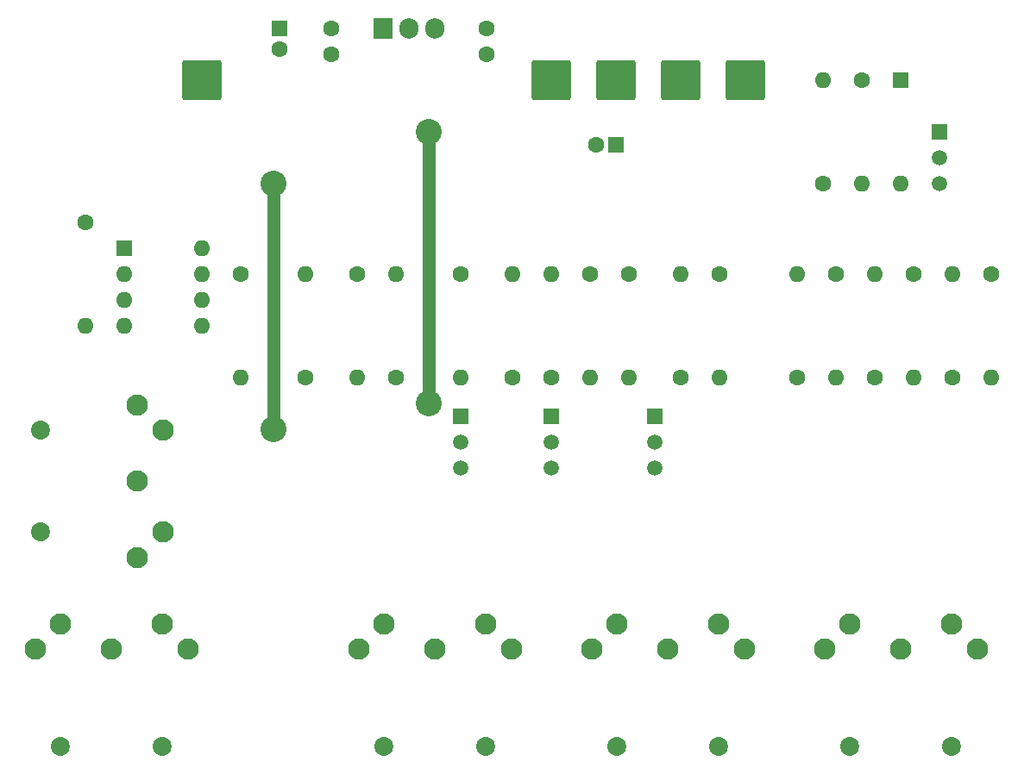
<source format=gbr>
%TF.GenerationSoftware,KiCad,Pcbnew,9.0.1-9.0.1-0~ubuntu24.04.1*%
%TF.CreationDate,2025-05-03T17:14:01+02:00*%
%TF.ProjectId,CNC-version,434e432d-7665-4727-9369-6f6e2e6b6963,rev?*%
%TF.SameCoordinates,Original*%
%TF.FileFunction,Copper,L1,Top*%
%TF.FilePolarity,Positive*%
%FSLAX46Y46*%
G04 Gerber Fmt 4.6, Leading zero omitted, Abs format (unit mm)*
G04 Created by KiCad (PCBNEW 9.0.1-9.0.1-0~ubuntu24.04.1) date 2025-05-03 17:14:01*
%MOMM*%
%LPD*%
G01*
G04 APERTURE LIST*
G04 Aperture macros list*
%AMRoundRect*
0 Rectangle with rounded corners*
0 $1 Rounding radius*
0 $2 $3 $4 $5 $6 $7 $8 $9 X,Y pos of 4 corners*
0 Add a 4 corners polygon primitive as box body*
4,1,4,$2,$3,$4,$5,$6,$7,$8,$9,$2,$3,0*
0 Add four circle primitives for the rounded corners*
1,1,$1+$1,$2,$3*
1,1,$1+$1,$4,$5*
1,1,$1+$1,$6,$7*
1,1,$1+$1,$8,$9*
0 Add four rect primitives between the rounded corners*
20,1,$1+$1,$2,$3,$4,$5,0*
20,1,$1+$1,$4,$5,$6,$7,0*
20,1,$1+$1,$6,$7,$8,$9,0*
20,1,$1+$1,$8,$9,$2,$3,0*%
G04 Aperture macros list end*
%TA.AperFunction,ComponentPad*%
%ADD10C,1.600000*%
%TD*%
%TA.AperFunction,ComponentPad*%
%ADD11O,1.600000X1.600000*%
%TD*%
%TA.AperFunction,ComponentPad*%
%ADD12C,2.100000*%
%TD*%
%TA.AperFunction,ComponentPad*%
%ADD13C,1.860000*%
%TD*%
%TA.AperFunction,ComponentPad*%
%ADD14RoundRect,0.250002X-1.699998X-1.699998X1.699998X-1.699998X1.699998X1.699998X-1.699998X1.699998X0*%
%TD*%
%TA.AperFunction,ComponentPad*%
%ADD15R,1.905000X2.000000*%
%TD*%
%TA.AperFunction,ComponentPad*%
%ADD16O,1.905000X2.000000*%
%TD*%
%TA.AperFunction,ComponentPad*%
%ADD17R,1.500000X1.500000*%
%TD*%
%TA.AperFunction,ComponentPad*%
%ADD18C,1.500000*%
%TD*%
%TA.AperFunction,ComponentPad*%
%ADD19R,1.600000X1.600000*%
%TD*%
%TA.AperFunction,ViaPad*%
%ADD20C,2.540000*%
%TD*%
%TA.AperFunction,Conductor*%
%ADD21C,1.270000*%
%TD*%
G04 APERTURE END LIST*
D10*
%TO.P,R12,1*%
%TO.N,Net-(U1-VO2)*%
X43180000Y-52060000D03*
D11*
%TO.P,R12,2*%
%TO.N,+5V*%
X43180000Y-41900000D03*
%TD*%
D12*
%TO.P,J5,1,1*%
%TO.N,unconnected-(J5-Pad1)*%
X31630000Y-78740000D03*
%TO.P,J5,2,2*%
%TO.N,GND*%
X24130000Y-78740000D03*
%TO.P,J5,3,3*%
%TO.N,unconnected-(J5-Pad3)*%
X16630000Y-78740000D03*
%TO.P,J5,4,4*%
%TO.N,Net-(J5-Pad4)*%
X29130000Y-76240000D03*
%TO.P,J5,5,5*%
%TO.N,Net-(J5-Pad5)*%
X19130000Y-76240000D03*
D13*
%TO.P,J5,MH1,MH1*%
%TO.N,GND*%
X29130000Y-88240000D03*
%TO.P,J5,MH2,MH2*%
X19130000Y-88240000D03*
%TD*%
D14*
%TO.P,+5v,1,Pin_1*%
%TO.N,+5V*%
X73660000Y-22850000D03*
%TD*%
D12*
%TO.P,J3,1,1*%
%TO.N,unconnected-(J3-Pad1)*%
X109100000Y-78730000D03*
%TO.P,J3,2,2*%
%TO.N,GND*%
X101600000Y-78730000D03*
%TO.P,J3,3,3*%
%TO.N,unconnected-(J3-Pad3)*%
X94100000Y-78730000D03*
%TO.P,J3,4,4*%
%TO.N,Net-(J3-Pad4)*%
X106600000Y-76230000D03*
%TO.P,J3,5,5*%
%TO.N,Net-(J3-Pad5)*%
X96600000Y-76230000D03*
D13*
%TO.P,J3,MH1,MH1*%
%TO.N,GND*%
X106600000Y-88230000D03*
%TO.P,J3,MH2,MH2*%
X96600000Y-88230000D03*
%TD*%
D10*
%TO.P,R3,1*%
%TO.N,Net-(J1-Pad5)*%
X91440000Y-52060000D03*
D11*
%TO.P,R3,2*%
%TO.N,Net-(Q1-C)*%
X91440000Y-41900000D03*
%TD*%
D14*
%TO.P,+12v,1,Pin_1*%
%TO.N,Net-(+12v1-Pin_1)*%
X33020000Y-22860000D03*
%TD*%
D15*
%TO.P,U2,1,IN*%
%TO.N,Net-(+12v1-Pin_1)*%
X50800000Y-17780000D03*
D16*
%TO.P,U2,2,GND*%
%TO.N,GND*%
X53340000Y-17780000D03*
%TO.P,U2,3,OUT*%
%TO.N,+5V*%
X55880000Y-17780000D03*
%TD*%
D17*
%TO.P,Q3,1,C*%
%TO.N,Net-(Q3-C)*%
X67310000Y-55870000D03*
D18*
%TO.P,Q3,2,B*%
%TO.N,Net-(Q3-B)*%
X67310000Y-58410000D03*
%TO.P,Q3,3,E*%
%TO.N,GND*%
X67310000Y-60950000D03*
%TD*%
D10*
%TO.P,R19,1*%
%TO.N,Net-(Q4-C)*%
X80010000Y-52060000D03*
D11*
%TO.P,R19,2*%
%TO.N,Net-(J5-Pad5)*%
X80010000Y-41900000D03*
%TD*%
D19*
%TO.P,C1,1*%
%TO.N,+5V*%
X73660000Y-29210000D03*
D10*
%TO.P,C1,2*%
%TO.N,GND*%
X71660000Y-29210000D03*
%TD*%
%TO.P,R1,1*%
%TO.N,Net-(D1-K)*%
X93980000Y-33010000D03*
D11*
%TO.P,R1,2*%
%TO.N,Net-(TXD1-Pin_1)*%
X93980000Y-22850000D03*
%TD*%
D10*
%TO.P,R11,1*%
%TO.N,Net-(Q2-B)*%
X52070000Y-52060000D03*
D11*
%TO.P,R11,2*%
%TO.N,Net-(U1-VO2)*%
X52070000Y-41900000D03*
%TD*%
D10*
%TO.P,R4,1*%
%TO.N,+5V*%
X95250000Y-41900000D03*
D11*
%TO.P,R4,2*%
%TO.N,Net-(J1-Pad4)*%
X95250000Y-52060000D03*
%TD*%
D10*
%TO.P,R7,1*%
%TO.N,Net-(J3-Pad5)*%
X106680000Y-52060000D03*
D11*
%TO.P,R7,2*%
%TO.N,Net-(Q1-C)*%
X106680000Y-41900000D03*
%TD*%
D10*
%TO.P,C3,1*%
%TO.N,Net-(+12v1-Pin_1)*%
X45720000Y-17780000D03*
%TO.P,C3,2*%
%TO.N,GND*%
X45720000Y-20280000D03*
%TD*%
%TO.P,R8,1*%
%TO.N,+5V*%
X110490000Y-41900000D03*
D11*
%TO.P,R8,2*%
%TO.N,Net-(J3-Pad4)*%
X110490000Y-52060000D03*
%TD*%
D10*
%TO.P,C4,1*%
%TO.N,+5V*%
X60960000Y-17780000D03*
%TO.P,C4,2*%
%TO.N,GND*%
X60960000Y-20280000D03*
%TD*%
D19*
%TO.P,D1,1,K*%
%TO.N,Net-(D1-K)*%
X101600000Y-22850000D03*
D11*
%TO.P,D1,2,A*%
%TO.N,GND*%
X101600000Y-33010000D03*
%TD*%
D17*
%TO.P,Q1,1,C*%
%TO.N,Net-(Q1-C)*%
X105410000Y-27930000D03*
D18*
%TO.P,Q1,2,B*%
%TO.N,Net-(D1-K)*%
X105410000Y-30470000D03*
%TO.P,Q1,3,E*%
%TO.N,GND*%
X105410000Y-33010000D03*
%TD*%
D14*
%TO.P,TXD,1,Pin_1*%
%TO.N,Net-(TXD1-Pin_1)*%
X86360000Y-22850000D03*
%TD*%
D10*
%TO.P,R14,1*%
%TO.N,Net-(U1-C1)*%
X21590000Y-36820000D03*
D11*
%TO.P,R14,2*%
%TO.N,Net-(J4-Pad4)*%
X21590000Y-46980000D03*
%TD*%
D14*
%TO.P,GND,1,Pin_1*%
%TO.N,GND*%
X80010000Y-22850000D03*
%TD*%
D10*
%TO.P,R17,1*%
%TO.N,+5V*%
X71120000Y-41900000D03*
D11*
%TO.P,R17,2*%
%TO.N,Net-(Q3-C)*%
X71120000Y-52060000D03*
%TD*%
D10*
%TO.P,R18,1*%
%TO.N,Net-(Q3-C)*%
X74930000Y-41900000D03*
D11*
%TO.P,R18,2*%
%TO.N,Net-(Q4-B)*%
X74930000Y-52060000D03*
%TD*%
D10*
%TO.P,R2,1*%
%TO.N,Net-(D1-K)*%
X97790000Y-22850000D03*
D11*
%TO.P,R2,2*%
%TO.N,GND*%
X97790000Y-33010000D03*
%TD*%
D10*
%TO.P,R5,1*%
%TO.N,Net-(J2-Pad5)*%
X99060000Y-52060000D03*
D11*
%TO.P,R5,2*%
%TO.N,Net-(Q1-C)*%
X99060000Y-41900000D03*
%TD*%
D10*
%TO.P,R9,1*%
%TO.N,+5V*%
X58420000Y-41900000D03*
D11*
%TO.P,R9,2*%
%TO.N,Net-(Q2-C)*%
X58420000Y-52060000D03*
%TD*%
D10*
%TO.P,R6,1*%
%TO.N,+5V*%
X102870000Y-41900000D03*
D11*
%TO.P,R6,2*%
%TO.N,Net-(J2-Pad4)*%
X102870000Y-52060000D03*
%TD*%
D14*
%TO.P,RXD,1,Pin_1*%
%TO.N,Net-(Q2-C)*%
X67310000Y-22850000D03*
%TD*%
D12*
%TO.P,J4,1,1*%
%TO.N,unconnected-(J4-Pad1)*%
X26670000Y-69720000D03*
%TO.P,J4,2,2*%
%TO.N,unconnected-(J4-Pad2)*%
X26670000Y-62220000D03*
%TO.P,J4,3,3*%
%TO.N,unconnected-(J4-Pad3)*%
X26670000Y-54720000D03*
%TO.P,J4,4,4*%
%TO.N,Net-(J4-Pad4)*%
X29170000Y-67220000D03*
%TO.P,J4,5,5*%
%TO.N,Net-(U1-C2)*%
X29170000Y-57220000D03*
D13*
%TO.P,J4,MH1,MH1*%
%TO.N,Net-(J4-PadMH1)*%
X17170000Y-67220000D03*
%TO.P,J4,MH2,MH2*%
X17170000Y-57220000D03*
%TD*%
D10*
%TO.P,R16,1*%
%TO.N,Net-(Q3-B)*%
X67310000Y-52060000D03*
D11*
%TO.P,R16,2*%
%TO.N,GND*%
X67310000Y-41900000D03*
%TD*%
D17*
%TO.P,Q4,1,C*%
%TO.N,Net-(Q4-C)*%
X77470000Y-55870000D03*
D18*
%TO.P,Q4,2,B*%
%TO.N,Net-(Q4-B)*%
X77470000Y-58410000D03*
%TO.P,Q4,3,E*%
%TO.N,GND*%
X77470000Y-60950000D03*
%TD*%
D12*
%TO.P,J1,1,1*%
%TO.N,unconnected-(J1-Pad1)*%
X63380000Y-78730000D03*
%TO.P,J1,2,2*%
%TO.N,GND*%
X55880000Y-78730000D03*
%TO.P,J1,3,3*%
%TO.N,unconnected-(J1-Pad3)*%
X48380000Y-78730000D03*
%TO.P,J1,4,4*%
%TO.N,Net-(J1-Pad4)*%
X60880000Y-76230000D03*
%TO.P,J1,5,5*%
%TO.N,Net-(J1-Pad5)*%
X50880000Y-76230000D03*
D13*
%TO.P,J1,MH1,MH1*%
%TO.N,GND*%
X60880000Y-88230000D03*
%TO.P,J1,MH2,MH2*%
X50880000Y-88230000D03*
%TD*%
D10*
%TO.P,R20,1*%
%TO.N,+5V*%
X83820000Y-41900000D03*
D11*
%TO.P,R20,2*%
%TO.N,Net-(J5-Pad4)*%
X83820000Y-52060000D03*
%TD*%
D19*
%TO.P,C2,1*%
%TO.N,Net-(+12v1-Pin_1)*%
X40640000Y-17780000D03*
D10*
%TO.P,C2,2*%
%TO.N,GND*%
X40640000Y-19780000D03*
%TD*%
D19*
%TO.P,U1,1,NC*%
%TO.N,unconnected-(U1-NC-Pad1)*%
X25400000Y-39360000D03*
D11*
%TO.P,U1,2,C1*%
%TO.N,Net-(U1-C1)*%
X25400000Y-41900000D03*
%TO.P,U1,3,C2*%
%TO.N,Net-(U1-C2)*%
X25400000Y-44440000D03*
%TO.P,U1,4,NC*%
%TO.N,unconnected-(U1-NC-Pad4)*%
X25400000Y-46980000D03*
%TO.P,U1,5,GND*%
%TO.N,GND*%
X33020000Y-46980000D03*
%TO.P,U1,6,VO2*%
%TO.N,Net-(U1-VO2)*%
X33020000Y-44440000D03*
%TO.P,U1,7,VO1*%
%TO.N,Net-(U1-VO1)*%
X33020000Y-41900000D03*
%TO.P,U1,8,VCC*%
%TO.N,+5V*%
X33020000Y-39360000D03*
%TD*%
D10*
%TO.P,R15,1*%
%TO.N,Net-(Q3-B)*%
X63500000Y-52070000D03*
D11*
%TO.P,R15,2*%
%TO.N,Net-(U1-VO2)*%
X63500000Y-41910000D03*
%TD*%
D10*
%TO.P,R10,1*%
%TO.N,Net-(Q2-B)*%
X48260000Y-41900000D03*
D11*
%TO.P,R10,2*%
%TO.N,GND*%
X48260000Y-52060000D03*
%TD*%
D10*
%TO.P,R13,1*%
%TO.N,Net-(U1-VO1)*%
X36830000Y-41900000D03*
D11*
%TO.P,R13,2*%
%TO.N,GND*%
X36830000Y-52060000D03*
%TD*%
D12*
%TO.P,J2,1,1*%
%TO.N,unconnected-(J2-Pad1)*%
X86240000Y-78730000D03*
%TO.P,J2,2,2*%
%TO.N,GND*%
X78740000Y-78730000D03*
%TO.P,J2,3,3*%
%TO.N,unconnected-(J2-Pad3)*%
X71240000Y-78730000D03*
%TO.P,J2,4,4*%
%TO.N,Net-(J2-Pad4)*%
X83740000Y-76230000D03*
%TO.P,J2,5,5*%
%TO.N,Net-(J2-Pad5)*%
X73740000Y-76230000D03*
D13*
%TO.P,J2,MH1,MH1*%
%TO.N,GND*%
X83740000Y-88230000D03*
%TO.P,J2,MH2,MH2*%
X73740000Y-88230000D03*
%TD*%
D17*
%TO.P,Q2,1,C*%
%TO.N,Net-(Q2-C)*%
X58420000Y-55870000D03*
D18*
%TO.P,Q2,2,B*%
%TO.N,Net-(Q2-B)*%
X58420000Y-58410000D03*
%TO.P,Q2,3,E*%
%TO.N,GND*%
X58420000Y-60950000D03*
%TD*%
D20*
%TO.N,Net-(J5-Pad5)*%
X40005000Y-33020000D03*
X40005000Y-57140000D03*
%TO.N,Net-(Q2-C)*%
X55245000Y-27940000D03*
X55245000Y-54610000D03*
%TD*%
D21*
%TO.N,Net-(J5-Pad5)*%
X40005000Y-33020000D02*
X40005000Y-57140000D01*
%TO.N,Net-(Q2-C)*%
X55245000Y-27940000D02*
X55245000Y-54610000D01*
%TD*%
M02*

</source>
